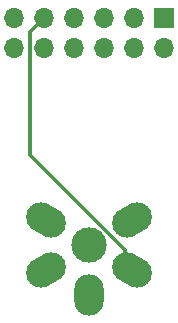
<source format=gbr>
%TF.GenerationSoftware,KiCad,Pcbnew,(6.0.11)*%
%TF.CreationDate,2024-01-24T23:02:21+00:00*%
%TF.ProjectId,RGBtoHDMI_DIN,52474274-6f48-4444-9d49-5f44494e2e6b,rev?*%
%TF.SameCoordinates,Original*%
%TF.FileFunction,Copper,L1,Top*%
%TF.FilePolarity,Positive*%
%FSLAX46Y46*%
G04 Gerber Fmt 4.6, Leading zero omitted, Abs format (unit mm)*
G04 Created by KiCad (PCBNEW (6.0.11)) date 2024-01-24 23:02:21*
%MOMM*%
%LPD*%
G01*
G04 APERTURE LIST*
G04 Aperture macros list*
%AMHorizOval*
0 Thick line with rounded ends*
0 $1 width*
0 $2 $3 position (X,Y) of the first rounded end (center of the circle)*
0 $4 $5 position (X,Y) of the second rounded end (center of the circle)*
0 Add line between two ends*
20,1,$1,$2,$3,$4,$5,0*
0 Add two circle primitives to create the rounded ends*
1,1,$1,$2,$3*
1,1,$1,$4,$5*%
G04 Aperture macros list end*
%TA.AperFunction,ComponentPad*%
%ADD10HorizOval,2.500000X0.433013X0.250000X-0.433013X-0.250000X0*%
%TD*%
%TA.AperFunction,ComponentPad*%
%ADD11HorizOval,2.500000X0.433013X-0.250000X-0.433013X0.250000X0*%
%TD*%
%TA.AperFunction,ComponentPad*%
%ADD12O,2.500000X3.500000*%
%TD*%
%TA.AperFunction,ComponentPad*%
%ADD13HorizOval,2.500000X-0.433013X-0.250000X0.433013X0.250000X0*%
%TD*%
%TA.AperFunction,ComponentPad*%
%ADD14HorizOval,2.500000X-0.433013X0.250000X0.433013X-0.250000X0*%
%TD*%
%TA.AperFunction,ComponentPad*%
%ADD15C,3.000000*%
%TD*%
%TA.AperFunction,ComponentPad*%
%ADD16R,1.700000X1.700000*%
%TD*%
%TA.AperFunction,ComponentPad*%
%ADD17O,1.700000X1.700000*%
%TD*%
%TA.AperFunction,Conductor*%
%ADD18C,0.300000*%
%TD*%
G04 APERTURE END LIST*
D10*
%TO.P,J1,1*%
%TO.N,/RED3*%
X151306218Y-85910000D03*
D11*
%TO.P,J1,2*%
%TO.N,/GREEN3*%
X151306218Y-90110000D03*
D12*
%TO.P,J1,3*%
%TO.N,/BLUE3*%
X147670000Y-92210000D03*
D13*
%TO.P,J1,4*%
%TO.N,/HSYNC*%
X144033782Y-90110000D03*
D14*
%TO.P,J1,5*%
%TO.N,/GND*%
X144033782Y-85910000D03*
D15*
%TO.P,J1,6*%
%TO.N,/5v*%
X147670000Y-88010000D03*
%TD*%
D16*
%TO.P,J2,1,Pin_1*%
%TO.N,unconnected-(J2-Pad1)*%
X154020000Y-68765000D03*
D17*
%TO.P,J2,2,Pin_2*%
%TO.N,unconnected-(J2-Pad2)*%
X154020000Y-71305000D03*
%TO.P,J2,3,Pin_3*%
%TO.N,/GND*%
X151480000Y-68765000D03*
%TO.P,J2,4,Pin_4*%
%TO.N,unconnected-(J2-Pad4)*%
X151480000Y-71305000D03*
%TO.P,J2,5,Pin_5*%
%TO.N,unconnected-(J2-Pad5)*%
X148940000Y-68765000D03*
%TO.P,J2,6,Pin_6*%
%TO.N,unconnected-(J2-Pad6)*%
X148940000Y-71305000D03*
%TO.P,J2,7,Pin_7*%
%TO.N,/RED3*%
X146400000Y-68765000D03*
%TO.P,J2,8,Pin_8*%
%TO.N,/HSYNC*%
X146400000Y-71305000D03*
%TO.P,J2,9,Pin_9*%
%TO.N,/GREEN3*%
X143860000Y-68765000D03*
%TO.P,J2,10,Pin_10*%
%TO.N,unconnected-(J2-Pad10)*%
X143860000Y-71305000D03*
%TO.P,J2,11,Pin_11*%
%TO.N,/BLUE3*%
X141320000Y-68765000D03*
%TO.P,J2,12,Pin_12*%
%TO.N,/5v*%
X141320000Y-71305000D03*
%TD*%
D18*
%TO.N,/GREEN3*%
X150700000Y-88423704D02*
X142660000Y-80383704D01*
X142660000Y-80383704D02*
X142660000Y-69965000D01*
X142660000Y-69965000D02*
X143860000Y-68765000D01*
X150700000Y-89760000D02*
X150700000Y-88423704D01*
%TD*%
M02*

</source>
